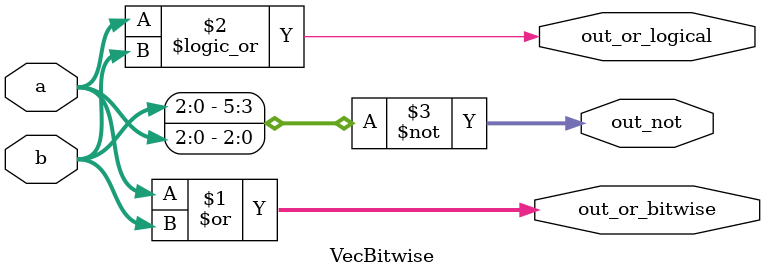
<source format=v>
module VecBitwise (
    input [2:0] a,
    input [2:0] b,
    output [2:0] out_or_bitwise,
    output out_or_logical,
    output [5:0] out_not
);
    // Bitwise OR
    assign out_or_bitwise = a | b;

    // Logical OR
    assign out_or_logical = a || b;

    // Bitwise NOT
    assign out_not = ~{b,a};
endmodule
</source>
